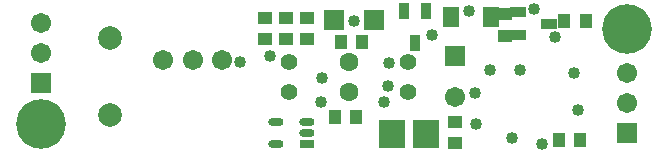
<source format=gts>
%FSTAX24Y24*%
%MOIN*%
G70*
G01*
G75*
G04 Layer_Color=8388736*
%ADD10R,0.0374X0.0315*%
%ADD11R,0.0807X0.0886*%
%ADD12R,0.0492X0.0630*%
%ADD13R,0.0315X0.0374*%
%ADD14R,0.0472X0.0256*%
%ADD15R,0.0256X0.0472*%
%ADD16R,0.0630X0.0630*%
%ADD17O,0.0472X0.0217*%
%ADD18R,0.0472X0.0217*%
%ADD19C,0.0100*%
%ADD20C,0.0591*%
%ADD21R,0.0591X0.0591*%
%ADD22C,0.0472*%
%ADD23C,0.0551*%
%ADD24C,0.1575*%
%ADD25C,0.0709*%
%ADD26C,0.0320*%
%ADD27R,0.0630X0.0492*%
%ADD28O,0.0236X0.1204*%
%ADD29O,0.0236X0.1200*%
%ADD30R,0.0236X0.1200*%
%ADD31C,0.0197*%
%ADD32C,0.0079*%
%ADD33C,0.0080*%
%ADD34C,0.0039*%
%ADD35C,0.0004*%
%ADD36R,0.0454X0.0395*%
%ADD37R,0.0887X0.0966*%
%ADD38R,0.0572X0.0710*%
%ADD39R,0.0395X0.0454*%
%ADD40R,0.0552X0.0336*%
%ADD41R,0.0336X0.0552*%
%ADD42R,0.0710X0.0710*%
%ADD43O,0.0512X0.0256*%
%ADD44R,0.0512X0.0256*%
%ADD45C,0.0671*%
%ADD46R,0.0671X0.0671*%
%ADD47C,0.0552*%
%ADD48C,0.0631*%
%ADD49C,0.1655*%
%ADD50C,0.0789*%
%ADD51C,0.0400*%
D36*
X245465Y145326D02*
D03*
Y146034D02*
D03*
X243774Y141741D02*
D03*
Y14245D02*
D03*
X23885Y145904D02*
D03*
Y145196D02*
D03*
X23815Y145904D02*
D03*
Y145196D02*
D03*
X23745Y145904D02*
D03*
Y145196D02*
D03*
D37*
X24281Y142056D02*
D03*
X241688D02*
D03*
D38*
X244994Y145944D02*
D03*
X243636D02*
D03*
D39*
X247239Y14185D02*
D03*
X247948D02*
D03*
X247426Y145816D02*
D03*
X248135D02*
D03*
X24068Y145096D02*
D03*
X239972D02*
D03*
X239792Y142606D02*
D03*
X2405D02*
D03*
D40*
X245884Y145352D02*
D03*
Y1461D02*
D03*
X246928Y145726D02*
D03*
D41*
X242082Y146132D02*
D03*
X24283D02*
D03*
X242456Y145087D02*
D03*
D42*
X239749Y145847D02*
D03*
X241087D02*
D03*
D43*
X238844Y14246D02*
D03*
Y142086D02*
D03*
X23781Y14246D02*
D03*
Y141712D02*
D03*
D44*
X238844Y141712D02*
D03*
D45*
X249532Y144077D02*
D03*
Y143077D02*
D03*
X229976Y144759D02*
D03*
Y145759D02*
D03*
X2438Y143267D02*
D03*
X235036Y14452D02*
D03*
X234041D02*
D03*
X236031D02*
D03*
D46*
X249532Y142077D02*
D03*
X229976Y143759D02*
D03*
X2438Y144645D02*
D03*
D47*
X242229Y144456D02*
D03*
Y143456D02*
D03*
X238263Y144456D02*
D03*
Y143456D02*
D03*
D48*
X24025Y143456D02*
D03*
Y144456D02*
D03*
D49*
X249532Y145531D02*
D03*
X229976Y142381D02*
D03*
D50*
X232288Y142676D02*
D03*
Y145235D02*
D03*
D51*
X247879Y142836D02*
D03*
X247761Y144064D02*
D03*
X246406Y146206D02*
D03*
X245954Y144166D02*
D03*
X244954D02*
D03*
X239316Y143106D02*
D03*
X244436Y143416D02*
D03*
X241536Y143646D02*
D03*
X240409Y145797D02*
D03*
X243016Y145334D02*
D03*
X247131Y145265D02*
D03*
X246669Y141702D02*
D03*
X236629Y144438D02*
D03*
X239355Y143917D02*
D03*
X237613Y144645D02*
D03*
X245694Y141899D02*
D03*
X244493Y142391D02*
D03*
X241427Y143113D02*
D03*
X244267Y146151D02*
D03*
X241589Y144409D02*
D03*
M02*

</source>
